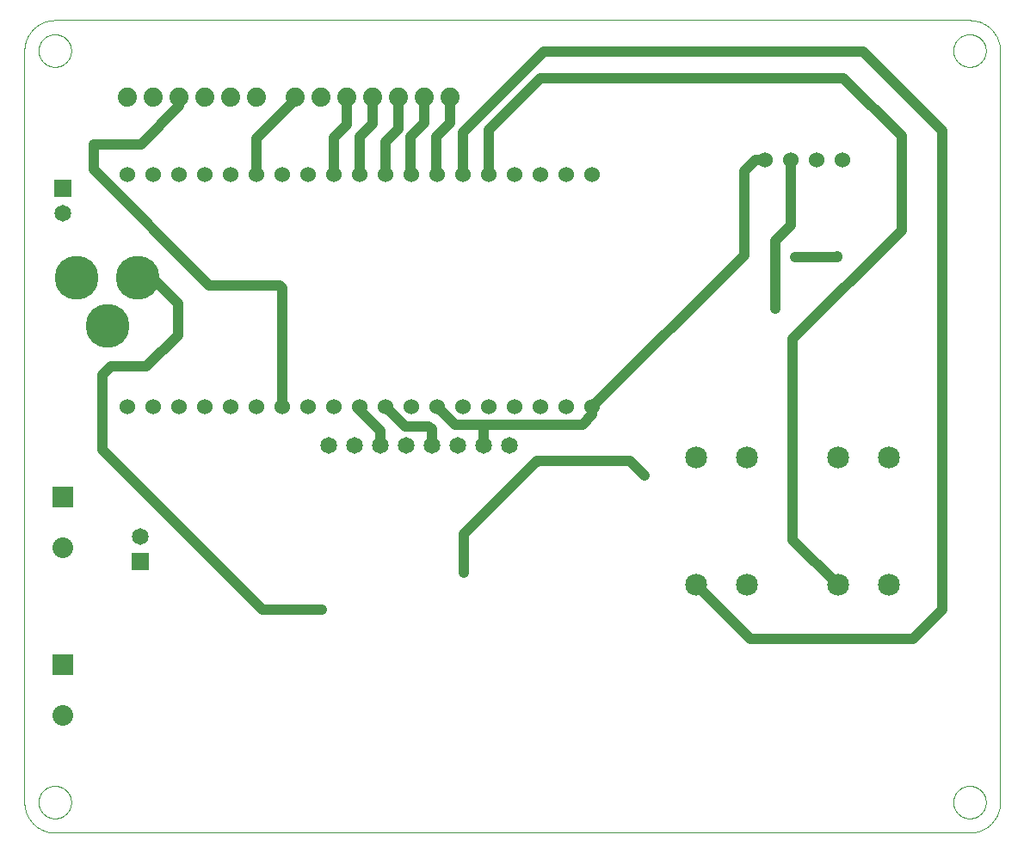
<source format=gtl>
G75*
%MOIN*%
%OFA0B0*%
%FSLAX25Y25*%
%IPPOS*%
%LPD*%
%AMOC8*
5,1,8,0,0,1.08239X$1,22.5*
%
%ADD10C,0.00000*%
%ADD11R,0.06500X0.06500*%
%ADD12C,0.06500*%
%ADD13R,0.08000X0.08000*%
%ADD14C,0.08000*%
%ADD15C,0.07400*%
%ADD16C,0.08500*%
%ADD17C,0.06000*%
%ADD18C,0.17000*%
%ADD19C,0.03937*%
%ADD20C,0.02978*%
D10*
X0015000Y0012811D02*
X0015000Y0304150D01*
X0020512Y0304150D02*
X0020514Y0304308D01*
X0020520Y0304466D01*
X0020530Y0304624D01*
X0020544Y0304782D01*
X0020562Y0304939D01*
X0020583Y0305096D01*
X0020609Y0305252D01*
X0020639Y0305408D01*
X0020672Y0305563D01*
X0020710Y0305716D01*
X0020751Y0305869D01*
X0020796Y0306021D01*
X0020845Y0306172D01*
X0020898Y0306321D01*
X0020954Y0306469D01*
X0021014Y0306615D01*
X0021078Y0306760D01*
X0021146Y0306903D01*
X0021217Y0307045D01*
X0021291Y0307185D01*
X0021369Y0307322D01*
X0021451Y0307458D01*
X0021535Y0307592D01*
X0021624Y0307723D01*
X0021715Y0307852D01*
X0021810Y0307979D01*
X0021907Y0308104D01*
X0022008Y0308226D01*
X0022112Y0308345D01*
X0022219Y0308462D01*
X0022329Y0308576D01*
X0022442Y0308687D01*
X0022557Y0308796D01*
X0022675Y0308901D01*
X0022796Y0309003D01*
X0022919Y0309103D01*
X0023045Y0309199D01*
X0023173Y0309292D01*
X0023303Y0309382D01*
X0023436Y0309468D01*
X0023571Y0309552D01*
X0023707Y0309631D01*
X0023846Y0309708D01*
X0023987Y0309780D01*
X0024129Y0309850D01*
X0024273Y0309915D01*
X0024419Y0309977D01*
X0024566Y0310035D01*
X0024715Y0310090D01*
X0024865Y0310141D01*
X0025016Y0310188D01*
X0025168Y0310231D01*
X0025321Y0310270D01*
X0025476Y0310306D01*
X0025631Y0310337D01*
X0025787Y0310365D01*
X0025943Y0310389D01*
X0026100Y0310409D01*
X0026258Y0310425D01*
X0026415Y0310437D01*
X0026574Y0310445D01*
X0026732Y0310449D01*
X0026890Y0310449D01*
X0027048Y0310445D01*
X0027207Y0310437D01*
X0027364Y0310425D01*
X0027522Y0310409D01*
X0027679Y0310389D01*
X0027835Y0310365D01*
X0027991Y0310337D01*
X0028146Y0310306D01*
X0028301Y0310270D01*
X0028454Y0310231D01*
X0028606Y0310188D01*
X0028757Y0310141D01*
X0028907Y0310090D01*
X0029056Y0310035D01*
X0029203Y0309977D01*
X0029349Y0309915D01*
X0029493Y0309850D01*
X0029635Y0309780D01*
X0029776Y0309708D01*
X0029915Y0309631D01*
X0030051Y0309552D01*
X0030186Y0309468D01*
X0030319Y0309382D01*
X0030449Y0309292D01*
X0030577Y0309199D01*
X0030703Y0309103D01*
X0030826Y0309003D01*
X0030947Y0308901D01*
X0031065Y0308796D01*
X0031180Y0308687D01*
X0031293Y0308576D01*
X0031403Y0308462D01*
X0031510Y0308345D01*
X0031614Y0308226D01*
X0031715Y0308104D01*
X0031812Y0307979D01*
X0031907Y0307852D01*
X0031998Y0307723D01*
X0032087Y0307592D01*
X0032171Y0307458D01*
X0032253Y0307322D01*
X0032331Y0307185D01*
X0032405Y0307045D01*
X0032476Y0306903D01*
X0032544Y0306760D01*
X0032608Y0306615D01*
X0032668Y0306469D01*
X0032724Y0306321D01*
X0032777Y0306172D01*
X0032826Y0306021D01*
X0032871Y0305869D01*
X0032912Y0305716D01*
X0032950Y0305563D01*
X0032983Y0305408D01*
X0033013Y0305252D01*
X0033039Y0305096D01*
X0033060Y0304939D01*
X0033078Y0304782D01*
X0033092Y0304624D01*
X0033102Y0304466D01*
X0033108Y0304308D01*
X0033110Y0304150D01*
X0033108Y0303992D01*
X0033102Y0303834D01*
X0033092Y0303676D01*
X0033078Y0303518D01*
X0033060Y0303361D01*
X0033039Y0303204D01*
X0033013Y0303048D01*
X0032983Y0302892D01*
X0032950Y0302737D01*
X0032912Y0302584D01*
X0032871Y0302431D01*
X0032826Y0302279D01*
X0032777Y0302128D01*
X0032724Y0301979D01*
X0032668Y0301831D01*
X0032608Y0301685D01*
X0032544Y0301540D01*
X0032476Y0301397D01*
X0032405Y0301255D01*
X0032331Y0301115D01*
X0032253Y0300978D01*
X0032171Y0300842D01*
X0032087Y0300708D01*
X0031998Y0300577D01*
X0031907Y0300448D01*
X0031812Y0300321D01*
X0031715Y0300196D01*
X0031614Y0300074D01*
X0031510Y0299955D01*
X0031403Y0299838D01*
X0031293Y0299724D01*
X0031180Y0299613D01*
X0031065Y0299504D01*
X0030947Y0299399D01*
X0030826Y0299297D01*
X0030703Y0299197D01*
X0030577Y0299101D01*
X0030449Y0299008D01*
X0030319Y0298918D01*
X0030186Y0298832D01*
X0030051Y0298748D01*
X0029915Y0298669D01*
X0029776Y0298592D01*
X0029635Y0298520D01*
X0029493Y0298450D01*
X0029349Y0298385D01*
X0029203Y0298323D01*
X0029056Y0298265D01*
X0028907Y0298210D01*
X0028757Y0298159D01*
X0028606Y0298112D01*
X0028454Y0298069D01*
X0028301Y0298030D01*
X0028146Y0297994D01*
X0027991Y0297963D01*
X0027835Y0297935D01*
X0027679Y0297911D01*
X0027522Y0297891D01*
X0027364Y0297875D01*
X0027207Y0297863D01*
X0027048Y0297855D01*
X0026890Y0297851D01*
X0026732Y0297851D01*
X0026574Y0297855D01*
X0026415Y0297863D01*
X0026258Y0297875D01*
X0026100Y0297891D01*
X0025943Y0297911D01*
X0025787Y0297935D01*
X0025631Y0297963D01*
X0025476Y0297994D01*
X0025321Y0298030D01*
X0025168Y0298069D01*
X0025016Y0298112D01*
X0024865Y0298159D01*
X0024715Y0298210D01*
X0024566Y0298265D01*
X0024419Y0298323D01*
X0024273Y0298385D01*
X0024129Y0298450D01*
X0023987Y0298520D01*
X0023846Y0298592D01*
X0023707Y0298669D01*
X0023571Y0298748D01*
X0023436Y0298832D01*
X0023303Y0298918D01*
X0023173Y0299008D01*
X0023045Y0299101D01*
X0022919Y0299197D01*
X0022796Y0299297D01*
X0022675Y0299399D01*
X0022557Y0299504D01*
X0022442Y0299613D01*
X0022329Y0299724D01*
X0022219Y0299838D01*
X0022112Y0299955D01*
X0022008Y0300074D01*
X0021907Y0300196D01*
X0021810Y0300321D01*
X0021715Y0300448D01*
X0021624Y0300577D01*
X0021535Y0300708D01*
X0021451Y0300842D01*
X0021369Y0300978D01*
X0021291Y0301115D01*
X0021217Y0301255D01*
X0021146Y0301397D01*
X0021078Y0301540D01*
X0021014Y0301685D01*
X0020954Y0301831D01*
X0020898Y0301979D01*
X0020845Y0302128D01*
X0020796Y0302279D01*
X0020751Y0302431D01*
X0020710Y0302584D01*
X0020672Y0302737D01*
X0020639Y0302892D01*
X0020609Y0303048D01*
X0020583Y0303204D01*
X0020562Y0303361D01*
X0020544Y0303518D01*
X0020530Y0303676D01*
X0020520Y0303834D01*
X0020514Y0303992D01*
X0020512Y0304150D01*
X0015000Y0304150D02*
X0015003Y0304435D01*
X0015014Y0304721D01*
X0015031Y0305006D01*
X0015055Y0305290D01*
X0015086Y0305574D01*
X0015124Y0305857D01*
X0015169Y0306138D01*
X0015220Y0306419D01*
X0015278Y0306699D01*
X0015343Y0306977D01*
X0015415Y0307253D01*
X0015493Y0307527D01*
X0015578Y0307800D01*
X0015670Y0308070D01*
X0015768Y0308338D01*
X0015872Y0308604D01*
X0015983Y0308867D01*
X0016100Y0309127D01*
X0016223Y0309385D01*
X0016353Y0309639D01*
X0016489Y0309890D01*
X0016630Y0310138D01*
X0016778Y0310382D01*
X0016931Y0310623D01*
X0017091Y0310859D01*
X0017256Y0311092D01*
X0017426Y0311321D01*
X0017602Y0311546D01*
X0017784Y0311766D01*
X0017970Y0311982D01*
X0018162Y0312193D01*
X0018359Y0312400D01*
X0018561Y0312602D01*
X0018768Y0312799D01*
X0018979Y0312991D01*
X0019195Y0313177D01*
X0019415Y0313359D01*
X0019640Y0313535D01*
X0019869Y0313705D01*
X0020102Y0313870D01*
X0020338Y0314030D01*
X0020579Y0314183D01*
X0020823Y0314331D01*
X0021071Y0314472D01*
X0021322Y0314608D01*
X0021576Y0314738D01*
X0021834Y0314861D01*
X0022094Y0314978D01*
X0022357Y0315089D01*
X0022623Y0315193D01*
X0022891Y0315291D01*
X0023161Y0315383D01*
X0023434Y0315468D01*
X0023708Y0315546D01*
X0023984Y0315618D01*
X0024262Y0315683D01*
X0024542Y0315741D01*
X0024823Y0315792D01*
X0025104Y0315837D01*
X0025387Y0315875D01*
X0025671Y0315906D01*
X0025955Y0315930D01*
X0026240Y0315947D01*
X0026526Y0315958D01*
X0026811Y0315961D01*
X0381142Y0315961D01*
X0374843Y0304150D02*
X0374845Y0304308D01*
X0374851Y0304466D01*
X0374861Y0304624D01*
X0374875Y0304782D01*
X0374893Y0304939D01*
X0374914Y0305096D01*
X0374940Y0305252D01*
X0374970Y0305408D01*
X0375003Y0305563D01*
X0375041Y0305716D01*
X0375082Y0305869D01*
X0375127Y0306021D01*
X0375176Y0306172D01*
X0375229Y0306321D01*
X0375285Y0306469D01*
X0375345Y0306615D01*
X0375409Y0306760D01*
X0375477Y0306903D01*
X0375548Y0307045D01*
X0375622Y0307185D01*
X0375700Y0307322D01*
X0375782Y0307458D01*
X0375866Y0307592D01*
X0375955Y0307723D01*
X0376046Y0307852D01*
X0376141Y0307979D01*
X0376238Y0308104D01*
X0376339Y0308226D01*
X0376443Y0308345D01*
X0376550Y0308462D01*
X0376660Y0308576D01*
X0376773Y0308687D01*
X0376888Y0308796D01*
X0377006Y0308901D01*
X0377127Y0309003D01*
X0377250Y0309103D01*
X0377376Y0309199D01*
X0377504Y0309292D01*
X0377634Y0309382D01*
X0377767Y0309468D01*
X0377902Y0309552D01*
X0378038Y0309631D01*
X0378177Y0309708D01*
X0378318Y0309780D01*
X0378460Y0309850D01*
X0378604Y0309915D01*
X0378750Y0309977D01*
X0378897Y0310035D01*
X0379046Y0310090D01*
X0379196Y0310141D01*
X0379347Y0310188D01*
X0379499Y0310231D01*
X0379652Y0310270D01*
X0379807Y0310306D01*
X0379962Y0310337D01*
X0380118Y0310365D01*
X0380274Y0310389D01*
X0380431Y0310409D01*
X0380589Y0310425D01*
X0380746Y0310437D01*
X0380905Y0310445D01*
X0381063Y0310449D01*
X0381221Y0310449D01*
X0381379Y0310445D01*
X0381538Y0310437D01*
X0381695Y0310425D01*
X0381853Y0310409D01*
X0382010Y0310389D01*
X0382166Y0310365D01*
X0382322Y0310337D01*
X0382477Y0310306D01*
X0382632Y0310270D01*
X0382785Y0310231D01*
X0382937Y0310188D01*
X0383088Y0310141D01*
X0383238Y0310090D01*
X0383387Y0310035D01*
X0383534Y0309977D01*
X0383680Y0309915D01*
X0383824Y0309850D01*
X0383966Y0309780D01*
X0384107Y0309708D01*
X0384246Y0309631D01*
X0384382Y0309552D01*
X0384517Y0309468D01*
X0384650Y0309382D01*
X0384780Y0309292D01*
X0384908Y0309199D01*
X0385034Y0309103D01*
X0385157Y0309003D01*
X0385278Y0308901D01*
X0385396Y0308796D01*
X0385511Y0308687D01*
X0385624Y0308576D01*
X0385734Y0308462D01*
X0385841Y0308345D01*
X0385945Y0308226D01*
X0386046Y0308104D01*
X0386143Y0307979D01*
X0386238Y0307852D01*
X0386329Y0307723D01*
X0386418Y0307592D01*
X0386502Y0307458D01*
X0386584Y0307322D01*
X0386662Y0307185D01*
X0386736Y0307045D01*
X0386807Y0306903D01*
X0386875Y0306760D01*
X0386939Y0306615D01*
X0386999Y0306469D01*
X0387055Y0306321D01*
X0387108Y0306172D01*
X0387157Y0306021D01*
X0387202Y0305869D01*
X0387243Y0305716D01*
X0387281Y0305563D01*
X0387314Y0305408D01*
X0387344Y0305252D01*
X0387370Y0305096D01*
X0387391Y0304939D01*
X0387409Y0304782D01*
X0387423Y0304624D01*
X0387433Y0304466D01*
X0387439Y0304308D01*
X0387441Y0304150D01*
X0387439Y0303992D01*
X0387433Y0303834D01*
X0387423Y0303676D01*
X0387409Y0303518D01*
X0387391Y0303361D01*
X0387370Y0303204D01*
X0387344Y0303048D01*
X0387314Y0302892D01*
X0387281Y0302737D01*
X0387243Y0302584D01*
X0387202Y0302431D01*
X0387157Y0302279D01*
X0387108Y0302128D01*
X0387055Y0301979D01*
X0386999Y0301831D01*
X0386939Y0301685D01*
X0386875Y0301540D01*
X0386807Y0301397D01*
X0386736Y0301255D01*
X0386662Y0301115D01*
X0386584Y0300978D01*
X0386502Y0300842D01*
X0386418Y0300708D01*
X0386329Y0300577D01*
X0386238Y0300448D01*
X0386143Y0300321D01*
X0386046Y0300196D01*
X0385945Y0300074D01*
X0385841Y0299955D01*
X0385734Y0299838D01*
X0385624Y0299724D01*
X0385511Y0299613D01*
X0385396Y0299504D01*
X0385278Y0299399D01*
X0385157Y0299297D01*
X0385034Y0299197D01*
X0384908Y0299101D01*
X0384780Y0299008D01*
X0384650Y0298918D01*
X0384517Y0298832D01*
X0384382Y0298748D01*
X0384246Y0298669D01*
X0384107Y0298592D01*
X0383966Y0298520D01*
X0383824Y0298450D01*
X0383680Y0298385D01*
X0383534Y0298323D01*
X0383387Y0298265D01*
X0383238Y0298210D01*
X0383088Y0298159D01*
X0382937Y0298112D01*
X0382785Y0298069D01*
X0382632Y0298030D01*
X0382477Y0297994D01*
X0382322Y0297963D01*
X0382166Y0297935D01*
X0382010Y0297911D01*
X0381853Y0297891D01*
X0381695Y0297875D01*
X0381538Y0297863D01*
X0381379Y0297855D01*
X0381221Y0297851D01*
X0381063Y0297851D01*
X0380905Y0297855D01*
X0380746Y0297863D01*
X0380589Y0297875D01*
X0380431Y0297891D01*
X0380274Y0297911D01*
X0380118Y0297935D01*
X0379962Y0297963D01*
X0379807Y0297994D01*
X0379652Y0298030D01*
X0379499Y0298069D01*
X0379347Y0298112D01*
X0379196Y0298159D01*
X0379046Y0298210D01*
X0378897Y0298265D01*
X0378750Y0298323D01*
X0378604Y0298385D01*
X0378460Y0298450D01*
X0378318Y0298520D01*
X0378177Y0298592D01*
X0378038Y0298669D01*
X0377902Y0298748D01*
X0377767Y0298832D01*
X0377634Y0298918D01*
X0377504Y0299008D01*
X0377376Y0299101D01*
X0377250Y0299197D01*
X0377127Y0299297D01*
X0377006Y0299399D01*
X0376888Y0299504D01*
X0376773Y0299613D01*
X0376660Y0299724D01*
X0376550Y0299838D01*
X0376443Y0299955D01*
X0376339Y0300074D01*
X0376238Y0300196D01*
X0376141Y0300321D01*
X0376046Y0300448D01*
X0375955Y0300577D01*
X0375866Y0300708D01*
X0375782Y0300842D01*
X0375700Y0300978D01*
X0375622Y0301115D01*
X0375548Y0301255D01*
X0375477Y0301397D01*
X0375409Y0301540D01*
X0375345Y0301685D01*
X0375285Y0301831D01*
X0375229Y0301979D01*
X0375176Y0302128D01*
X0375127Y0302279D01*
X0375082Y0302431D01*
X0375041Y0302584D01*
X0375003Y0302737D01*
X0374970Y0302892D01*
X0374940Y0303048D01*
X0374914Y0303204D01*
X0374893Y0303361D01*
X0374875Y0303518D01*
X0374861Y0303676D01*
X0374851Y0303834D01*
X0374845Y0303992D01*
X0374843Y0304150D01*
X0381142Y0315961D02*
X0381427Y0315958D01*
X0381713Y0315947D01*
X0381998Y0315930D01*
X0382282Y0315906D01*
X0382566Y0315875D01*
X0382849Y0315837D01*
X0383130Y0315792D01*
X0383411Y0315741D01*
X0383691Y0315683D01*
X0383969Y0315618D01*
X0384245Y0315546D01*
X0384519Y0315468D01*
X0384792Y0315383D01*
X0385062Y0315291D01*
X0385330Y0315193D01*
X0385596Y0315089D01*
X0385859Y0314978D01*
X0386119Y0314861D01*
X0386377Y0314738D01*
X0386631Y0314608D01*
X0386882Y0314472D01*
X0387130Y0314331D01*
X0387374Y0314183D01*
X0387615Y0314030D01*
X0387851Y0313870D01*
X0388084Y0313705D01*
X0388313Y0313535D01*
X0388538Y0313359D01*
X0388758Y0313177D01*
X0388974Y0312991D01*
X0389185Y0312799D01*
X0389392Y0312602D01*
X0389594Y0312400D01*
X0389791Y0312193D01*
X0389983Y0311982D01*
X0390169Y0311766D01*
X0390351Y0311546D01*
X0390527Y0311321D01*
X0390697Y0311092D01*
X0390862Y0310859D01*
X0391022Y0310623D01*
X0391175Y0310382D01*
X0391323Y0310138D01*
X0391464Y0309890D01*
X0391600Y0309639D01*
X0391730Y0309385D01*
X0391853Y0309127D01*
X0391970Y0308867D01*
X0392081Y0308604D01*
X0392185Y0308338D01*
X0392283Y0308070D01*
X0392375Y0307800D01*
X0392460Y0307527D01*
X0392538Y0307253D01*
X0392610Y0306977D01*
X0392675Y0306699D01*
X0392733Y0306419D01*
X0392784Y0306138D01*
X0392829Y0305857D01*
X0392867Y0305574D01*
X0392898Y0305290D01*
X0392922Y0305006D01*
X0392939Y0304721D01*
X0392950Y0304435D01*
X0392953Y0304150D01*
X0392953Y0012811D01*
X0374843Y0012811D02*
X0374845Y0012969D01*
X0374851Y0013127D01*
X0374861Y0013285D01*
X0374875Y0013443D01*
X0374893Y0013600D01*
X0374914Y0013757D01*
X0374940Y0013913D01*
X0374970Y0014069D01*
X0375003Y0014224D01*
X0375041Y0014377D01*
X0375082Y0014530D01*
X0375127Y0014682D01*
X0375176Y0014833D01*
X0375229Y0014982D01*
X0375285Y0015130D01*
X0375345Y0015276D01*
X0375409Y0015421D01*
X0375477Y0015564D01*
X0375548Y0015706D01*
X0375622Y0015846D01*
X0375700Y0015983D01*
X0375782Y0016119D01*
X0375866Y0016253D01*
X0375955Y0016384D01*
X0376046Y0016513D01*
X0376141Y0016640D01*
X0376238Y0016765D01*
X0376339Y0016887D01*
X0376443Y0017006D01*
X0376550Y0017123D01*
X0376660Y0017237D01*
X0376773Y0017348D01*
X0376888Y0017457D01*
X0377006Y0017562D01*
X0377127Y0017664D01*
X0377250Y0017764D01*
X0377376Y0017860D01*
X0377504Y0017953D01*
X0377634Y0018043D01*
X0377767Y0018129D01*
X0377902Y0018213D01*
X0378038Y0018292D01*
X0378177Y0018369D01*
X0378318Y0018441D01*
X0378460Y0018511D01*
X0378604Y0018576D01*
X0378750Y0018638D01*
X0378897Y0018696D01*
X0379046Y0018751D01*
X0379196Y0018802D01*
X0379347Y0018849D01*
X0379499Y0018892D01*
X0379652Y0018931D01*
X0379807Y0018967D01*
X0379962Y0018998D01*
X0380118Y0019026D01*
X0380274Y0019050D01*
X0380431Y0019070D01*
X0380589Y0019086D01*
X0380746Y0019098D01*
X0380905Y0019106D01*
X0381063Y0019110D01*
X0381221Y0019110D01*
X0381379Y0019106D01*
X0381538Y0019098D01*
X0381695Y0019086D01*
X0381853Y0019070D01*
X0382010Y0019050D01*
X0382166Y0019026D01*
X0382322Y0018998D01*
X0382477Y0018967D01*
X0382632Y0018931D01*
X0382785Y0018892D01*
X0382937Y0018849D01*
X0383088Y0018802D01*
X0383238Y0018751D01*
X0383387Y0018696D01*
X0383534Y0018638D01*
X0383680Y0018576D01*
X0383824Y0018511D01*
X0383966Y0018441D01*
X0384107Y0018369D01*
X0384246Y0018292D01*
X0384382Y0018213D01*
X0384517Y0018129D01*
X0384650Y0018043D01*
X0384780Y0017953D01*
X0384908Y0017860D01*
X0385034Y0017764D01*
X0385157Y0017664D01*
X0385278Y0017562D01*
X0385396Y0017457D01*
X0385511Y0017348D01*
X0385624Y0017237D01*
X0385734Y0017123D01*
X0385841Y0017006D01*
X0385945Y0016887D01*
X0386046Y0016765D01*
X0386143Y0016640D01*
X0386238Y0016513D01*
X0386329Y0016384D01*
X0386418Y0016253D01*
X0386502Y0016119D01*
X0386584Y0015983D01*
X0386662Y0015846D01*
X0386736Y0015706D01*
X0386807Y0015564D01*
X0386875Y0015421D01*
X0386939Y0015276D01*
X0386999Y0015130D01*
X0387055Y0014982D01*
X0387108Y0014833D01*
X0387157Y0014682D01*
X0387202Y0014530D01*
X0387243Y0014377D01*
X0387281Y0014224D01*
X0387314Y0014069D01*
X0387344Y0013913D01*
X0387370Y0013757D01*
X0387391Y0013600D01*
X0387409Y0013443D01*
X0387423Y0013285D01*
X0387433Y0013127D01*
X0387439Y0012969D01*
X0387441Y0012811D01*
X0387439Y0012653D01*
X0387433Y0012495D01*
X0387423Y0012337D01*
X0387409Y0012179D01*
X0387391Y0012022D01*
X0387370Y0011865D01*
X0387344Y0011709D01*
X0387314Y0011553D01*
X0387281Y0011398D01*
X0387243Y0011245D01*
X0387202Y0011092D01*
X0387157Y0010940D01*
X0387108Y0010789D01*
X0387055Y0010640D01*
X0386999Y0010492D01*
X0386939Y0010346D01*
X0386875Y0010201D01*
X0386807Y0010058D01*
X0386736Y0009916D01*
X0386662Y0009776D01*
X0386584Y0009639D01*
X0386502Y0009503D01*
X0386418Y0009369D01*
X0386329Y0009238D01*
X0386238Y0009109D01*
X0386143Y0008982D01*
X0386046Y0008857D01*
X0385945Y0008735D01*
X0385841Y0008616D01*
X0385734Y0008499D01*
X0385624Y0008385D01*
X0385511Y0008274D01*
X0385396Y0008165D01*
X0385278Y0008060D01*
X0385157Y0007958D01*
X0385034Y0007858D01*
X0384908Y0007762D01*
X0384780Y0007669D01*
X0384650Y0007579D01*
X0384517Y0007493D01*
X0384382Y0007409D01*
X0384246Y0007330D01*
X0384107Y0007253D01*
X0383966Y0007181D01*
X0383824Y0007111D01*
X0383680Y0007046D01*
X0383534Y0006984D01*
X0383387Y0006926D01*
X0383238Y0006871D01*
X0383088Y0006820D01*
X0382937Y0006773D01*
X0382785Y0006730D01*
X0382632Y0006691D01*
X0382477Y0006655D01*
X0382322Y0006624D01*
X0382166Y0006596D01*
X0382010Y0006572D01*
X0381853Y0006552D01*
X0381695Y0006536D01*
X0381538Y0006524D01*
X0381379Y0006516D01*
X0381221Y0006512D01*
X0381063Y0006512D01*
X0380905Y0006516D01*
X0380746Y0006524D01*
X0380589Y0006536D01*
X0380431Y0006552D01*
X0380274Y0006572D01*
X0380118Y0006596D01*
X0379962Y0006624D01*
X0379807Y0006655D01*
X0379652Y0006691D01*
X0379499Y0006730D01*
X0379347Y0006773D01*
X0379196Y0006820D01*
X0379046Y0006871D01*
X0378897Y0006926D01*
X0378750Y0006984D01*
X0378604Y0007046D01*
X0378460Y0007111D01*
X0378318Y0007181D01*
X0378177Y0007253D01*
X0378038Y0007330D01*
X0377902Y0007409D01*
X0377767Y0007493D01*
X0377634Y0007579D01*
X0377504Y0007669D01*
X0377376Y0007762D01*
X0377250Y0007858D01*
X0377127Y0007958D01*
X0377006Y0008060D01*
X0376888Y0008165D01*
X0376773Y0008274D01*
X0376660Y0008385D01*
X0376550Y0008499D01*
X0376443Y0008616D01*
X0376339Y0008735D01*
X0376238Y0008857D01*
X0376141Y0008982D01*
X0376046Y0009109D01*
X0375955Y0009238D01*
X0375866Y0009369D01*
X0375782Y0009503D01*
X0375700Y0009639D01*
X0375622Y0009776D01*
X0375548Y0009916D01*
X0375477Y0010058D01*
X0375409Y0010201D01*
X0375345Y0010346D01*
X0375285Y0010492D01*
X0375229Y0010640D01*
X0375176Y0010789D01*
X0375127Y0010940D01*
X0375082Y0011092D01*
X0375041Y0011245D01*
X0375003Y0011398D01*
X0374970Y0011553D01*
X0374940Y0011709D01*
X0374914Y0011865D01*
X0374893Y0012022D01*
X0374875Y0012179D01*
X0374861Y0012337D01*
X0374851Y0012495D01*
X0374845Y0012653D01*
X0374843Y0012811D01*
X0381142Y0001000D02*
X0381427Y0001003D01*
X0381713Y0001014D01*
X0381998Y0001031D01*
X0382282Y0001055D01*
X0382566Y0001086D01*
X0382849Y0001124D01*
X0383130Y0001169D01*
X0383411Y0001220D01*
X0383691Y0001278D01*
X0383969Y0001343D01*
X0384245Y0001415D01*
X0384519Y0001493D01*
X0384792Y0001578D01*
X0385062Y0001670D01*
X0385330Y0001768D01*
X0385596Y0001872D01*
X0385859Y0001983D01*
X0386119Y0002100D01*
X0386377Y0002223D01*
X0386631Y0002353D01*
X0386882Y0002489D01*
X0387130Y0002630D01*
X0387374Y0002778D01*
X0387615Y0002931D01*
X0387851Y0003091D01*
X0388084Y0003256D01*
X0388313Y0003426D01*
X0388538Y0003602D01*
X0388758Y0003784D01*
X0388974Y0003970D01*
X0389185Y0004162D01*
X0389392Y0004359D01*
X0389594Y0004561D01*
X0389791Y0004768D01*
X0389983Y0004979D01*
X0390169Y0005195D01*
X0390351Y0005415D01*
X0390527Y0005640D01*
X0390697Y0005869D01*
X0390862Y0006102D01*
X0391022Y0006338D01*
X0391175Y0006579D01*
X0391323Y0006823D01*
X0391464Y0007071D01*
X0391600Y0007322D01*
X0391730Y0007576D01*
X0391853Y0007834D01*
X0391970Y0008094D01*
X0392081Y0008357D01*
X0392185Y0008623D01*
X0392283Y0008891D01*
X0392375Y0009161D01*
X0392460Y0009434D01*
X0392538Y0009708D01*
X0392610Y0009984D01*
X0392675Y0010262D01*
X0392733Y0010542D01*
X0392784Y0010823D01*
X0392829Y0011104D01*
X0392867Y0011387D01*
X0392898Y0011671D01*
X0392922Y0011955D01*
X0392939Y0012240D01*
X0392950Y0012526D01*
X0392953Y0012811D01*
X0381142Y0001000D02*
X0026811Y0001000D01*
X0020512Y0012811D02*
X0020514Y0012969D01*
X0020520Y0013127D01*
X0020530Y0013285D01*
X0020544Y0013443D01*
X0020562Y0013600D01*
X0020583Y0013757D01*
X0020609Y0013913D01*
X0020639Y0014069D01*
X0020672Y0014224D01*
X0020710Y0014377D01*
X0020751Y0014530D01*
X0020796Y0014682D01*
X0020845Y0014833D01*
X0020898Y0014982D01*
X0020954Y0015130D01*
X0021014Y0015276D01*
X0021078Y0015421D01*
X0021146Y0015564D01*
X0021217Y0015706D01*
X0021291Y0015846D01*
X0021369Y0015983D01*
X0021451Y0016119D01*
X0021535Y0016253D01*
X0021624Y0016384D01*
X0021715Y0016513D01*
X0021810Y0016640D01*
X0021907Y0016765D01*
X0022008Y0016887D01*
X0022112Y0017006D01*
X0022219Y0017123D01*
X0022329Y0017237D01*
X0022442Y0017348D01*
X0022557Y0017457D01*
X0022675Y0017562D01*
X0022796Y0017664D01*
X0022919Y0017764D01*
X0023045Y0017860D01*
X0023173Y0017953D01*
X0023303Y0018043D01*
X0023436Y0018129D01*
X0023571Y0018213D01*
X0023707Y0018292D01*
X0023846Y0018369D01*
X0023987Y0018441D01*
X0024129Y0018511D01*
X0024273Y0018576D01*
X0024419Y0018638D01*
X0024566Y0018696D01*
X0024715Y0018751D01*
X0024865Y0018802D01*
X0025016Y0018849D01*
X0025168Y0018892D01*
X0025321Y0018931D01*
X0025476Y0018967D01*
X0025631Y0018998D01*
X0025787Y0019026D01*
X0025943Y0019050D01*
X0026100Y0019070D01*
X0026258Y0019086D01*
X0026415Y0019098D01*
X0026574Y0019106D01*
X0026732Y0019110D01*
X0026890Y0019110D01*
X0027048Y0019106D01*
X0027207Y0019098D01*
X0027364Y0019086D01*
X0027522Y0019070D01*
X0027679Y0019050D01*
X0027835Y0019026D01*
X0027991Y0018998D01*
X0028146Y0018967D01*
X0028301Y0018931D01*
X0028454Y0018892D01*
X0028606Y0018849D01*
X0028757Y0018802D01*
X0028907Y0018751D01*
X0029056Y0018696D01*
X0029203Y0018638D01*
X0029349Y0018576D01*
X0029493Y0018511D01*
X0029635Y0018441D01*
X0029776Y0018369D01*
X0029915Y0018292D01*
X0030051Y0018213D01*
X0030186Y0018129D01*
X0030319Y0018043D01*
X0030449Y0017953D01*
X0030577Y0017860D01*
X0030703Y0017764D01*
X0030826Y0017664D01*
X0030947Y0017562D01*
X0031065Y0017457D01*
X0031180Y0017348D01*
X0031293Y0017237D01*
X0031403Y0017123D01*
X0031510Y0017006D01*
X0031614Y0016887D01*
X0031715Y0016765D01*
X0031812Y0016640D01*
X0031907Y0016513D01*
X0031998Y0016384D01*
X0032087Y0016253D01*
X0032171Y0016119D01*
X0032253Y0015983D01*
X0032331Y0015846D01*
X0032405Y0015706D01*
X0032476Y0015564D01*
X0032544Y0015421D01*
X0032608Y0015276D01*
X0032668Y0015130D01*
X0032724Y0014982D01*
X0032777Y0014833D01*
X0032826Y0014682D01*
X0032871Y0014530D01*
X0032912Y0014377D01*
X0032950Y0014224D01*
X0032983Y0014069D01*
X0033013Y0013913D01*
X0033039Y0013757D01*
X0033060Y0013600D01*
X0033078Y0013443D01*
X0033092Y0013285D01*
X0033102Y0013127D01*
X0033108Y0012969D01*
X0033110Y0012811D01*
X0033108Y0012653D01*
X0033102Y0012495D01*
X0033092Y0012337D01*
X0033078Y0012179D01*
X0033060Y0012022D01*
X0033039Y0011865D01*
X0033013Y0011709D01*
X0032983Y0011553D01*
X0032950Y0011398D01*
X0032912Y0011245D01*
X0032871Y0011092D01*
X0032826Y0010940D01*
X0032777Y0010789D01*
X0032724Y0010640D01*
X0032668Y0010492D01*
X0032608Y0010346D01*
X0032544Y0010201D01*
X0032476Y0010058D01*
X0032405Y0009916D01*
X0032331Y0009776D01*
X0032253Y0009639D01*
X0032171Y0009503D01*
X0032087Y0009369D01*
X0031998Y0009238D01*
X0031907Y0009109D01*
X0031812Y0008982D01*
X0031715Y0008857D01*
X0031614Y0008735D01*
X0031510Y0008616D01*
X0031403Y0008499D01*
X0031293Y0008385D01*
X0031180Y0008274D01*
X0031065Y0008165D01*
X0030947Y0008060D01*
X0030826Y0007958D01*
X0030703Y0007858D01*
X0030577Y0007762D01*
X0030449Y0007669D01*
X0030319Y0007579D01*
X0030186Y0007493D01*
X0030051Y0007409D01*
X0029915Y0007330D01*
X0029776Y0007253D01*
X0029635Y0007181D01*
X0029493Y0007111D01*
X0029349Y0007046D01*
X0029203Y0006984D01*
X0029056Y0006926D01*
X0028907Y0006871D01*
X0028757Y0006820D01*
X0028606Y0006773D01*
X0028454Y0006730D01*
X0028301Y0006691D01*
X0028146Y0006655D01*
X0027991Y0006624D01*
X0027835Y0006596D01*
X0027679Y0006572D01*
X0027522Y0006552D01*
X0027364Y0006536D01*
X0027207Y0006524D01*
X0027048Y0006516D01*
X0026890Y0006512D01*
X0026732Y0006512D01*
X0026574Y0006516D01*
X0026415Y0006524D01*
X0026258Y0006536D01*
X0026100Y0006552D01*
X0025943Y0006572D01*
X0025787Y0006596D01*
X0025631Y0006624D01*
X0025476Y0006655D01*
X0025321Y0006691D01*
X0025168Y0006730D01*
X0025016Y0006773D01*
X0024865Y0006820D01*
X0024715Y0006871D01*
X0024566Y0006926D01*
X0024419Y0006984D01*
X0024273Y0007046D01*
X0024129Y0007111D01*
X0023987Y0007181D01*
X0023846Y0007253D01*
X0023707Y0007330D01*
X0023571Y0007409D01*
X0023436Y0007493D01*
X0023303Y0007579D01*
X0023173Y0007669D01*
X0023045Y0007762D01*
X0022919Y0007858D01*
X0022796Y0007958D01*
X0022675Y0008060D01*
X0022557Y0008165D01*
X0022442Y0008274D01*
X0022329Y0008385D01*
X0022219Y0008499D01*
X0022112Y0008616D01*
X0022008Y0008735D01*
X0021907Y0008857D01*
X0021810Y0008982D01*
X0021715Y0009109D01*
X0021624Y0009238D01*
X0021535Y0009369D01*
X0021451Y0009503D01*
X0021369Y0009639D01*
X0021291Y0009776D01*
X0021217Y0009916D01*
X0021146Y0010058D01*
X0021078Y0010201D01*
X0021014Y0010346D01*
X0020954Y0010492D01*
X0020898Y0010640D01*
X0020845Y0010789D01*
X0020796Y0010940D01*
X0020751Y0011092D01*
X0020710Y0011245D01*
X0020672Y0011398D01*
X0020639Y0011553D01*
X0020609Y0011709D01*
X0020583Y0011865D01*
X0020562Y0012022D01*
X0020544Y0012179D01*
X0020530Y0012337D01*
X0020520Y0012495D01*
X0020514Y0012653D01*
X0020512Y0012811D01*
X0015000Y0012811D02*
X0015003Y0012526D01*
X0015014Y0012240D01*
X0015031Y0011955D01*
X0015055Y0011671D01*
X0015086Y0011387D01*
X0015124Y0011104D01*
X0015169Y0010823D01*
X0015220Y0010542D01*
X0015278Y0010262D01*
X0015343Y0009984D01*
X0015415Y0009708D01*
X0015493Y0009434D01*
X0015578Y0009161D01*
X0015670Y0008891D01*
X0015768Y0008623D01*
X0015872Y0008357D01*
X0015983Y0008094D01*
X0016100Y0007834D01*
X0016223Y0007576D01*
X0016353Y0007322D01*
X0016489Y0007071D01*
X0016630Y0006823D01*
X0016778Y0006579D01*
X0016931Y0006338D01*
X0017091Y0006102D01*
X0017256Y0005869D01*
X0017426Y0005640D01*
X0017602Y0005415D01*
X0017784Y0005195D01*
X0017970Y0004979D01*
X0018162Y0004768D01*
X0018359Y0004561D01*
X0018561Y0004359D01*
X0018768Y0004162D01*
X0018979Y0003970D01*
X0019195Y0003784D01*
X0019415Y0003602D01*
X0019640Y0003426D01*
X0019869Y0003256D01*
X0020102Y0003091D01*
X0020338Y0002931D01*
X0020579Y0002778D01*
X0020823Y0002630D01*
X0021071Y0002489D01*
X0021322Y0002353D01*
X0021576Y0002223D01*
X0021834Y0002100D01*
X0022094Y0001983D01*
X0022357Y0001872D01*
X0022623Y0001768D01*
X0022891Y0001670D01*
X0023161Y0001578D01*
X0023434Y0001493D01*
X0023708Y0001415D01*
X0023984Y0001343D01*
X0024262Y0001278D01*
X0024542Y0001220D01*
X0024823Y0001169D01*
X0025104Y0001124D01*
X0025387Y0001086D01*
X0025671Y0001055D01*
X0025955Y0001031D01*
X0026240Y0001014D01*
X0026526Y0001003D01*
X0026811Y0001000D01*
D11*
X0060000Y0106079D03*
X0030000Y0250921D03*
D12*
X0030000Y0241079D03*
X0132874Y0151000D03*
X0142874Y0151000D03*
X0152874Y0151000D03*
X0162874Y0151000D03*
X0172874Y0151000D03*
X0182874Y0151000D03*
X0192874Y0151000D03*
X0202874Y0151000D03*
X0060000Y0115921D03*
D13*
X0030000Y0131000D03*
X0030000Y0066000D03*
D14*
X0030000Y0046315D03*
X0030000Y0111315D03*
D15*
X0055000Y0286000D03*
X0065000Y0286000D03*
X0075000Y0286000D03*
X0085000Y0286000D03*
X0095000Y0286000D03*
X0105000Y0286000D03*
X0120000Y0286000D03*
X0130000Y0286000D03*
X0140000Y0286000D03*
X0150000Y0286000D03*
X0160000Y0286000D03*
X0170000Y0286000D03*
X0180000Y0286000D03*
D16*
X0275157Y0146315D03*
X0294843Y0146315D03*
X0330157Y0146315D03*
X0349843Y0146315D03*
X0349843Y0097102D03*
X0330157Y0097102D03*
X0294843Y0097102D03*
X0275157Y0097102D03*
D17*
X0235000Y0166000D03*
X0225000Y0166000D03*
X0215000Y0166000D03*
X0205000Y0166000D03*
X0195000Y0166000D03*
X0185000Y0166000D03*
X0175000Y0166000D03*
X0165000Y0166000D03*
X0155000Y0166000D03*
X0145000Y0166000D03*
X0135000Y0166000D03*
X0125000Y0166000D03*
X0115000Y0166000D03*
X0105000Y0166000D03*
X0095000Y0166000D03*
X0085000Y0166000D03*
X0075000Y0166000D03*
X0065000Y0166000D03*
X0055000Y0166000D03*
X0055000Y0256000D03*
X0065000Y0256000D03*
X0075000Y0256000D03*
X0085000Y0256000D03*
X0095000Y0256000D03*
X0105000Y0256000D03*
X0115000Y0256000D03*
X0125000Y0256000D03*
X0135000Y0256000D03*
X0145000Y0256000D03*
X0155000Y0256000D03*
X0165000Y0256000D03*
X0175000Y0256000D03*
X0185000Y0256000D03*
X0195000Y0256000D03*
X0205000Y0256000D03*
X0215000Y0256000D03*
X0225000Y0256000D03*
X0235000Y0256000D03*
X0301969Y0261709D03*
X0311969Y0261709D03*
X0321969Y0261709D03*
X0331969Y0261709D03*
D18*
X0058937Y0216000D03*
X0047126Y0197496D03*
X0035315Y0216000D03*
D19*
X0058937Y0216000D02*
X0064567Y0216000D01*
X0074449Y0206118D01*
X0074449Y0193913D01*
X0062244Y0181709D01*
X0048465Y0181709D01*
X0045315Y0178559D01*
X0045315Y0149425D01*
X0107126Y0087614D01*
X0130354Y0087614D01*
X0185079Y0101787D02*
X0185079Y0116748D01*
X0213425Y0145094D01*
X0249646Y0145094D01*
X0255157Y0139583D01*
X0235000Y0163126D02*
X0231142Y0159268D01*
X0193346Y0159268D01*
X0192874Y0158795D01*
X0192874Y0151000D01*
X0193346Y0159268D02*
X0181732Y0159268D01*
X0175000Y0166000D01*
X0171693Y0158480D02*
X0172874Y0157299D01*
X0172874Y0151000D01*
X0171693Y0158480D02*
X0162520Y0158480D01*
X0155000Y0166000D01*
X0152874Y0156827D02*
X0145000Y0164701D01*
X0145000Y0166000D01*
X0152874Y0156827D02*
X0152874Y0151000D01*
X0115000Y0166000D02*
X0115000Y0212024D01*
X0113819Y0213205D01*
X0086654Y0213205D01*
X0041772Y0258087D01*
X0041772Y0267929D01*
X0060276Y0267929D01*
X0075000Y0282654D01*
X0075000Y0286000D01*
X0105000Y0270134D02*
X0120000Y0285134D01*
X0120000Y0286000D01*
X0140000Y0286000D02*
X0140000Y0275606D01*
X0135000Y0270606D01*
X0135000Y0256000D01*
X0144921Y0256079D02*
X0145000Y0256000D01*
X0144921Y0256079D02*
X0144921Y0270685D01*
X0150000Y0275764D01*
X0150000Y0286000D01*
X0160000Y0286000D02*
X0160000Y0273953D01*
X0154764Y0268717D01*
X0154764Y0256236D01*
X0155000Y0256000D01*
X0164606Y0256394D02*
X0165000Y0256000D01*
X0164606Y0256394D02*
X0164606Y0270685D01*
X0170000Y0276079D01*
X0170000Y0286000D01*
X0180000Y0286000D02*
X0180000Y0276236D01*
X0174449Y0270685D01*
X0174449Y0256551D01*
X0175000Y0256000D01*
X0185000Y0256000D02*
X0185000Y0272575D01*
X0216181Y0303756D01*
X0339803Y0303756D01*
X0370512Y0273047D01*
X0370512Y0087614D01*
X0359094Y0076197D01*
X0296063Y0076197D01*
X0275157Y0097102D01*
X0312638Y0114622D02*
X0312638Y0192339D01*
X0354764Y0234465D01*
X0354764Y0271079D01*
X0332323Y0293520D01*
X0215000Y0293520D01*
X0195000Y0273520D01*
X0195000Y0256000D01*
X0105000Y0256000D02*
X0105000Y0270134D01*
X0235000Y0166000D02*
X0293740Y0224740D01*
X0293740Y0257299D01*
X0298150Y0261709D01*
X0301969Y0261709D01*
X0311969Y0261709D02*
X0311969Y0236551D01*
X0305945Y0230528D01*
X0305945Y0204150D01*
X0313425Y0224228D02*
X0329961Y0224228D01*
X0329961Y0224622D01*
X0235000Y0166000D02*
X0235000Y0163126D01*
X0213819Y0144701D02*
X0213425Y0145094D01*
X0312638Y0114622D02*
X0330157Y0097102D01*
D20*
X0255157Y0139583D03*
X0213819Y0144701D03*
X0185079Y0101787D03*
X0130354Y0087614D03*
X0305945Y0204150D03*
X0313425Y0224228D03*
X0329961Y0224622D03*
M02*

</source>
